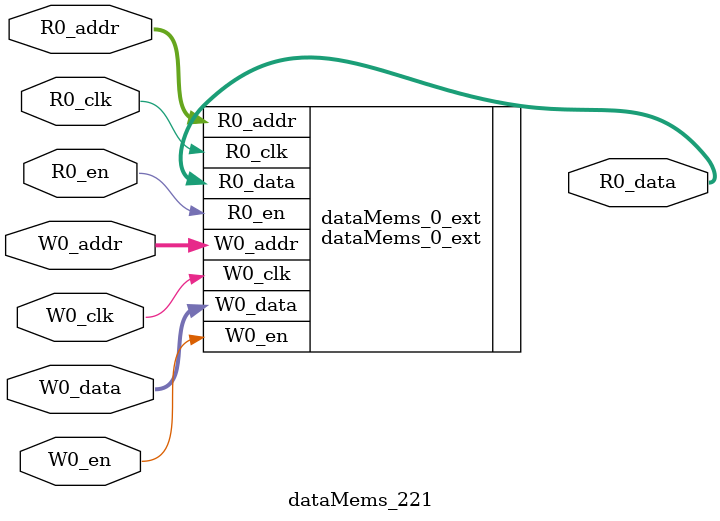
<source format=sv>
`ifndef RANDOMIZE
  `ifdef RANDOMIZE_REG_INIT
    `define RANDOMIZE
  `endif // RANDOMIZE_REG_INIT
`endif // not def RANDOMIZE
`ifndef RANDOMIZE
  `ifdef RANDOMIZE_MEM_INIT
    `define RANDOMIZE
  `endif // RANDOMIZE_MEM_INIT
`endif // not def RANDOMIZE

`ifndef RANDOM
  `define RANDOM $random
`endif // not def RANDOM

// Users can define 'PRINTF_COND' to add an extra gate to prints.
`ifndef PRINTF_COND_
  `ifdef PRINTF_COND
    `define PRINTF_COND_ (`PRINTF_COND)
  `else  // PRINTF_COND
    `define PRINTF_COND_ 1
  `endif // PRINTF_COND
`endif // not def PRINTF_COND_

// Users can define 'ASSERT_VERBOSE_COND' to add an extra gate to assert error printing.
`ifndef ASSERT_VERBOSE_COND_
  `ifdef ASSERT_VERBOSE_COND
    `define ASSERT_VERBOSE_COND_ (`ASSERT_VERBOSE_COND)
  `else  // ASSERT_VERBOSE_COND
    `define ASSERT_VERBOSE_COND_ 1
  `endif // ASSERT_VERBOSE_COND
`endif // not def ASSERT_VERBOSE_COND_

// Users can define 'STOP_COND' to add an extra gate to stop conditions.
`ifndef STOP_COND_
  `ifdef STOP_COND
    `define STOP_COND_ (`STOP_COND)
  `else  // STOP_COND
    `define STOP_COND_ 1
  `endif // STOP_COND
`endif // not def STOP_COND_

// Users can define INIT_RANDOM as general code that gets injected into the
// initializer block for modules with registers.
`ifndef INIT_RANDOM
  `define INIT_RANDOM
`endif // not def INIT_RANDOM

// If using random initialization, you can also define RANDOMIZE_DELAY to
// customize the delay used, otherwise 0.002 is used.
`ifndef RANDOMIZE_DELAY
  `define RANDOMIZE_DELAY 0.002
`endif // not def RANDOMIZE_DELAY

// Define INIT_RANDOM_PROLOG_ for use in our modules below.
`ifndef INIT_RANDOM_PROLOG_
  `ifdef RANDOMIZE
    `ifdef VERILATOR
      `define INIT_RANDOM_PROLOG_ `INIT_RANDOM
    `else  // VERILATOR
      `define INIT_RANDOM_PROLOG_ `INIT_RANDOM #`RANDOMIZE_DELAY begin end
    `endif // VERILATOR
  `else  // RANDOMIZE
    `define INIT_RANDOM_PROLOG_
  `endif // RANDOMIZE
`endif // not def INIT_RANDOM_PROLOG_

// Include register initializers in init blocks unless synthesis is set
`ifndef SYNTHESIS
  `ifndef ENABLE_INITIAL_REG_
    `define ENABLE_INITIAL_REG_
  `endif // not def ENABLE_INITIAL_REG_
`endif // not def SYNTHESIS

// Include rmemory initializers in init blocks unless synthesis is set
`ifndef SYNTHESIS
  `ifndef ENABLE_INITIAL_MEM_
    `define ENABLE_INITIAL_MEM_
  `endif // not def ENABLE_INITIAL_MEM_
`endif // not def SYNTHESIS

module dataMems_221(	// @[generators/ara/src/main/scala/UnsafeAXI4ToTL.scala:365:62]
  input  [4:0]   R0_addr,
  input          R0_en,
  input          R0_clk,
  output [130:0] R0_data,
  input  [4:0]   W0_addr,
  input          W0_en,
  input          W0_clk,
  input  [130:0] W0_data
);

  dataMems_0_ext dataMems_0_ext (	// @[generators/ara/src/main/scala/UnsafeAXI4ToTL.scala:365:62]
    .R0_addr (R0_addr),
    .R0_en   (R0_en),
    .R0_clk  (R0_clk),
    .R0_data (R0_data),
    .W0_addr (W0_addr),
    .W0_en   (W0_en),
    .W0_clk  (W0_clk),
    .W0_data (W0_data)
  );
endmodule


</source>
